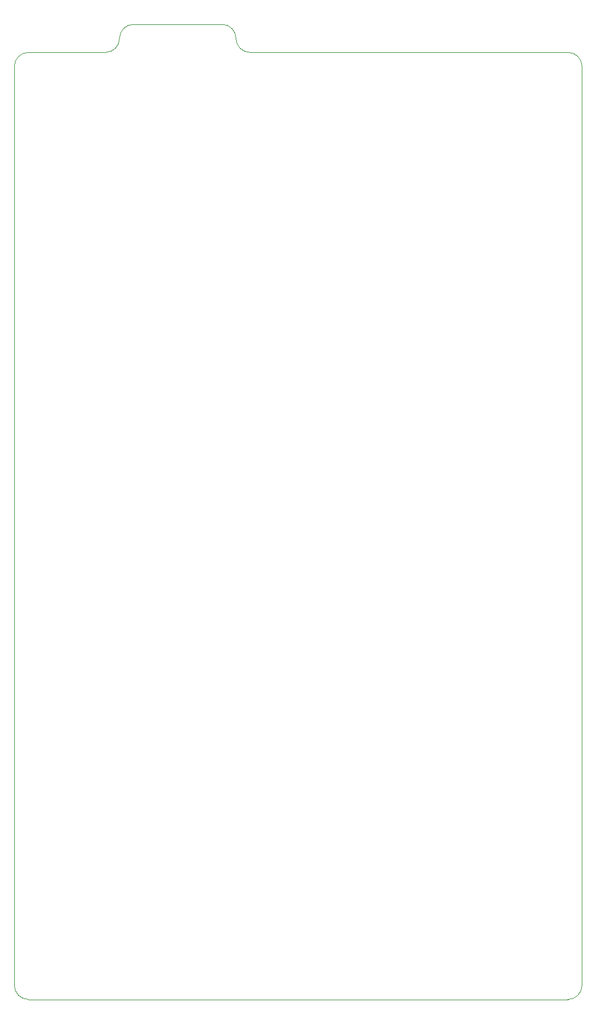
<source format=gbr>
%TF.GenerationSoftware,KiCad,Pcbnew,8.0.4*%
%TF.CreationDate,2024-10-18T15:11:06-05:00*%
%TF.ProjectId,numlocked_numpad,6e756d6c-6f63-46b6-9564-5f6e756d7061,rev?*%
%TF.SameCoordinates,Original*%
%TF.FileFunction,Profile,NP*%
%FSLAX46Y46*%
G04 Gerber Fmt 4.6, Leading zero omitted, Abs format (unit mm)*
G04 Created by KiCad (PCBNEW 8.0.4) date 2024-10-18 15:11:06*
%MOMM*%
%LPD*%
G01*
G04 APERTURE LIST*
%TA.AperFunction,Profile*%
%ADD10C,0.050000*%
%TD*%
G04 APERTURE END LIST*
D10*
X91693750Y-180220900D02*
X168656250Y-180220900D01*
X170656250Y-178220900D02*
X170656250Y-47221000D01*
X123294000Y-45221000D02*
X168656250Y-45221000D01*
X170656250Y-178220900D02*
G75*
G02*
X168656250Y-180220850I-1999950J0D01*
G01*
X91693750Y-180220900D02*
G75*
G02*
X89693800Y-178220900I-50J1999900D01*
G01*
X104694000Y-43221000D02*
G75*
G02*
X102694000Y-45221000I-2000000J0D01*
G01*
X168656250Y-45221000D02*
G75*
G02*
X170656300Y-47221000I50J-2000000D01*
G01*
X91693750Y-45221000D02*
X102694000Y-45221000D01*
X89693750Y-177090000D02*
X89693750Y-178220900D01*
X119294000Y-41221000D02*
G75*
G02*
X121294000Y-43221000I0J-2000000D01*
G01*
X123294000Y-45221000D02*
G75*
G02*
X121294000Y-43221000I0J2000000D01*
G01*
X106694000Y-41221000D02*
X119294000Y-41221000D01*
X89693750Y-47221000D02*
G75*
G02*
X91693750Y-45221050I1999950J0D01*
G01*
X104694000Y-43221000D02*
G75*
G02*
X106694000Y-41221000I2000000J0D01*
G01*
X89693750Y-47221000D02*
X89693750Y-177090000D01*
M02*

</source>
